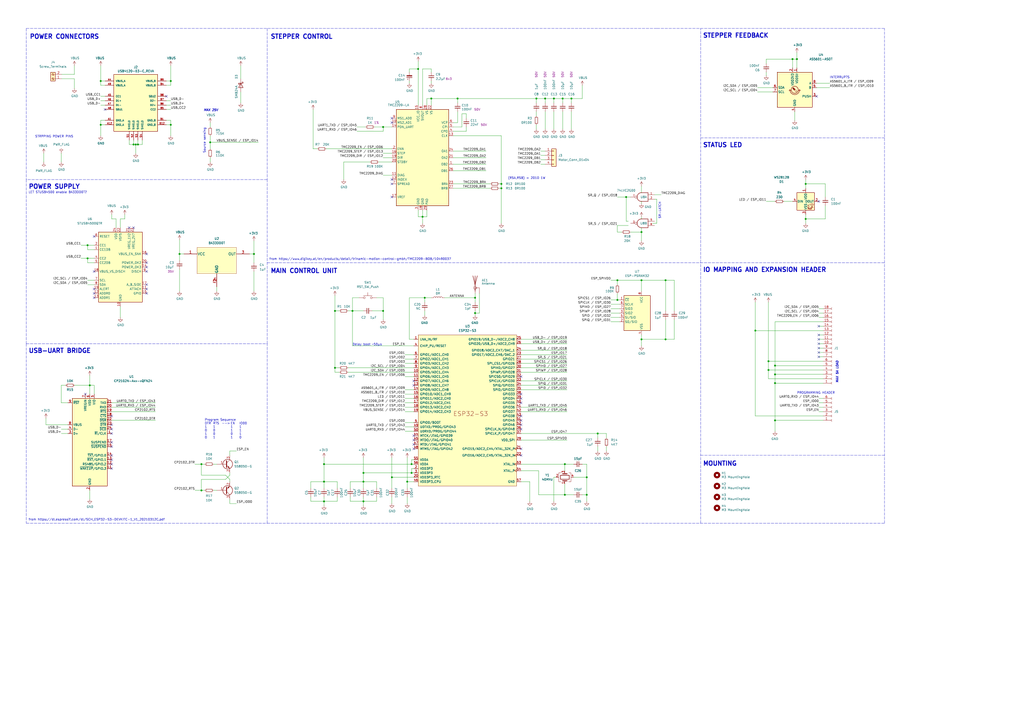
<source format=kicad_sch>
(kicad_sch (version 20211123) (generator eeschema)
  (paper "A2")
  (title_block (title "ESP Stepper Servo") (date "${date}") (rev "${commit}") (comment 1 "github.com/slimcdk/esp-stepper-servo/tree/${commit}"))
  (junction (at 52.07 223.52))
  (junction (at 462.28 34.29))
  (junction (at 358.14 173.99))
  (junction (at 238.76 274.32))
  (junction (at 99.06 72.39))
  (junction (at 58.42 72.39))
  (junction (at 445.77 209.55))
  (junction (at 116.84 284.48))
  (junction (at 210.82 290.83))
  (junction (at 445.77 214.63))
  (junction (at 250.19 57.15))
  (junction (at 210.82 279.4))
  (junction (at 311.15 57.15))
  (junction (at 275.59 172.72))
  (junction (at 77.47 83.82))
  (junction (at 372.11 134.62))
  (junction (at 386.08 162.56))
  (junction (at 238.76 269.24))
  (junction (at 194.31 213.36))
  (junction (at 187.96 290.83))
  (junction (at 326.39 57.15))
  (junction (at 340.36 276.86))
  (junction (at 50.8 149.86))
  (junction (at 265.43 57.15))
  (junction (at 245.11 125.73))
  (junction (at 290.83 109.22))
  (junction (at 227.33 276.86))
  (junction (at 187.96 269.24))
  (junction (at 236.22 279.4))
  (junction (at 50.8 142.24))
  (junction (at 467.36 106.68))
  (junction (at 104.14 147.32))
  (junction (at 147.32 147.32))
  (junction (at 386.08 196.85))
  (junction (at 340.36 287.02))
  (junction (at 372.11 196.85))
  (junction (at 290.83 106.68))
  (junction (at 204.47 180.34))
  (junction (at 363.22 114.3))
  (junction (at 222.25 180.34))
  (junction (at 327.66 287.02))
  (junction (at 467.36 127))
  (junction (at 321.31 57.15))
  (junction (at 449.58 212.09))
  (junction (at 222.25 73.66))
  (junction (at 327.66 269.24))
  (junction (at 316.23 57.15))
  (junction (at 116.84 269.24))
  (junction (at 372.11 162.56))
  (junction (at 449.58 243.84))
  (junction (at 459.74 34.29))
  (junction (at 246.38 172.72))
  (junction (at 210.82 274.32))
  (junction (at 346.71 251.46))
  (junction (at 275.59 181.61))
  (junction (at 331.47 57.15))
  (junction (at 187.96 279.4))
  (junction (at 438.15 191.77))
  (junction (at 242.57 40.005))
  (junction (at 194.31 180.34))
  (junction (at 78.74 83.82))
  (junction (at 58.42 46.99))
  (junction (at 121.92 82.55))
  (junction (at 99.06 46.99))
  (junction (at 358.14 162.56))
  (junction (at 449.58 217.17))
  (junction (at 80.01 83.82))
  (junction (at 449.58 222.25))
  (no_connect (at 54.61 167.64))
  (no_connect (at 60.96 63.5))
  (no_connect (at 64.77 246.38))
  (no_connect (at 302.26 243.84))
  (no_connect (at 240.03 257.81))
  (no_connect (at 85.09 157.48))
  (no_connect (at 474.98 199.39))
  (no_connect (at 240.03 252.73))
  (no_connect (at 54.61 157.48))
  (no_connect (at 54.61 137.16))
  (no_connect (at 64.77 271.78))
  (no_connect (at 64.77 248.92))
  (no_connect (at 64.77 241.3))
  (no_connect (at 240.03 223.52))
  (no_connect (at 64.77 251.46))
  (no_connect (at 49.53 228.6))
  (no_connect (at 64.77 259.08))
  (no_connect (at 85.09 170.18))
  (no_connect (at 474.98 196.85))
  (no_connect (at 302.26 246.38))
  (no_connect (at 474.98 116.84))
  (no_connect (at 227.33 114.3))
  (no_connect (at 302.26 218.44))
  (no_connect (at 302.26 260.35))
  (no_connect (at 302.26 228.6))
  (no_connect (at 302.26 264.16))
  (no_connect (at 64.77 269.24))
  (no_connect (at 64.77 266.7))
  (no_connect (at 96.52 55.88))
  (no_connect (at 302.26 241.3))
  (no_connect (at 54.61 170.18))
  (no_connect (at 85.09 154.94))
  (no_connect (at 77.47 132.08))
  (no_connect (at 74.93 132.08))
  (no_connect (at 227.33 68.58))
  (no_connect (at 474.98 207.01))
  (no_connect (at 240.03 255.27))
  (no_connect (at 227.33 71.12))
  (no_connect (at 54.61 172.72))
  (no_connect (at 240.03 220.98))
  (no_connect (at 64.77 264.16))
  (no_connect (at 474.98 194.31))
  (no_connect (at 474.98 189.23))
  (no_connect (at 474.98 201.93))
  (no_connect (at 302.26 231.14))
  (no_connect (at 302.26 233.68))
  (no_connect (at 64.77 256.54))
  (no_connect (at 474.98 204.47))
  (no_connect (at 85.09 167.64))
  (no_connect (at 240.03 260.35))
  (no_connect (at 302.26 248.92))
  (no_connect (at 227.33 104.14))
  (no_connect (at 85.09 152.4))
  (no_connect (at 473.71 55.88))
  (no_connect (at 85.09 165.1))
  (no_connect (at 85.09 147.32))
  (no_connect (at 227.33 106.68))
  (wire (pts (xy 327.66 273.05) (xy 327.66 269.24)))
  (wire (pts (xy 262.89 71.12) (xy 265.43 71.12)))
  (wire (pts (xy 201.93 180.34) (xy 204.47 180.34)))
  (wire (pts (xy 302.26 223.52) (xy 328.93 223.52)))
  (wire (pts (xy 52.07 289.56) (xy 52.07 284.48)))
  (wire (pts (xy 439.42 50.8) (xy 448.31 50.8)))
  (wire (pts (xy 474.98 184.15) (xy 477.52 184.15)))
  (wire (pts (xy 203.2 283.21) (xy 203.2 279.4)))
  (wire (pts (xy 386.08 185.42) (xy 386.08 196.85)))
  (wire (pts (xy 74.93 81.28) (xy 74.93 83.82)))
  (wire (pts (xy 381 115.57) (xy 379.73 115.57)))
  (wire (pts (xy 227.33 288.29) (xy 227.33 292.1)))
  (wire (pts (xy 237.49 172.72) (xy 237.49 196.85)))
  (wire (pts (xy 210.82 279.4) (xy 218.44 279.4)))
  (wire (pts (xy 275.59 180.34) (xy 275.59 181.61)))
  (wire (pts (xy 180.34 290.83) (xy 187.96 290.83)))
  (wire (pts (xy 133.35 261.62) (xy 133.35 264.16)))
  (wire (pts (xy 474.98 236.22) (xy 477.52 236.22)))
  (wire (pts (xy 302.26 203.2) (xy 328.93 203.2)))
  (wire (pts (xy 35.56 223.52) (xy 38.1 223.52)))
  (wire (pts (xy 246.38 180.34) (xy 246.38 182.88)))
  (wire (pts (xy 311.15 57.15) (xy 316.23 57.15)))
  (wire (pts (xy 459.74 34.29) (xy 462.28 34.29)))
  (wire (pts (xy 121.92 82.55) (xy 121.92 86.36)))
  (wire (pts (xy 386.08 162.56) (xy 372.11 162.56)))
  (wire (pts (xy 439.42 53.34) (xy 448.31 53.34)))
  (polyline (pts (xy 154.94 199.39) (xy 154.94 104.14)))
  (wire (pts (xy 234.95 218.44) (xy 240.03 218.44)))
  (wire (pts (xy 313.69 92.71) (xy 316.23 92.71)))
  (wire (pts (xy 236.22 265.43) (xy 236.22 279.4)))
  (wire (pts (xy 391.16 196.85) (xy 386.08 196.85)))
  (wire (pts (xy 242.57 121.92) (xy 242.57 125.73)))
  (wire (pts (xy 340.36 276.86) (xy 340.36 287.02)))
  (wire (pts (xy 275.59 170.18) (xy 275.59 172.72)))
  (wire (pts (xy 449.58 250.19) (xy 449.58 243.84)))
  (polyline (pts (xy 406.4 264.16) (xy 513.08 264.16)))
  (wire (pts (xy 267.97 73.66) (xy 267.97 66.04)))
  (wire (pts (xy 461.01 69.85) (xy 461.01 64.77)))
  (wire (pts (xy 438.15 241.3) (xy 477.52 241.3)))
  (wire (pts (xy 123.825 284.48) (xy 125.73 284.48)))
  (wire (pts (xy 60.96 60.96) (xy 58.42 60.96)))
  (wire (pts (xy 467.36 129.54) (xy 467.36 127)))
  (wire (pts (xy 50.8 149.86) (xy 54.61 149.86)))
  (wire (pts (xy 187.96 290.83) (xy 187.96 293.37)))
  (wire (pts (xy 245.11 40.005) (xy 250.19 40.005)))
  (wire (pts (xy 227.33 276.86) (xy 240.03 276.86)))
  (wire (pts (xy 473.71 50.8) (xy 481.33 50.8)))
  (wire (pts (xy 354.33 181.61) (xy 359.41 181.61)))
  (wire (pts (xy 302.26 210.82) (xy 328.93 210.82)))
  (wire (pts (xy 242.57 125.73) (xy 245.11 125.73)))
  (wire (pts (xy 290.83 78.74) (xy 290.83 106.68)))
  (wire (pts (xy 137.16 261.62) (xy 133.35 261.62)))
  (wire (pts (xy 60.96 72.39) (xy 58.42 72.39)))
  (wire (pts (xy 246.38 172.72) (xy 237.49 172.72)))
  (wire (pts (xy 187.96 265.43) (xy 187.96 269.24)))
  (polyline (pts (xy 154.94 303.53) (xy 154.94 199.39)))
  (wire (pts (xy 265.43 71.12) (xy 265.43 64.77)))
  (wire (pts (xy 35.56 233.68) (xy 39.37 233.68)))
  (wire (pts (xy 302.26 269.24) (xy 327.66 269.24)))
  (wire (pts (xy 139.7 38.1) (xy 139.7 45.72)))
  (wire (pts (xy 467.36 106.68) (xy 467.36 109.22)))
  (wire (pts (xy 227.33 265.43) (xy 227.33 276.86)))
  (wire (pts (xy 26.67 242.57) (xy 26.67 246.38)))
  (wire (pts (xy 474.98 194.31) (xy 477.52 194.31)))
  (wire (pts (xy 363.22 114.3) (xy 365.76 114.3)))
  (wire (pts (xy 262.89 78.74) (xy 290.83 78.74)))
  (polyline (pts (xy 381 16.51) (xy 146.05 16.51)))
  (wire (pts (xy 204.47 200.66) (xy 240.03 200.66)))
  (wire (pts (xy 477.52 189.23) (xy 474.98 189.23)))
  (wire (pts (xy 240.03 196.85) (xy 237.49 196.85)))
  (wire (pts (xy 262.89 76.2) (xy 270.51 76.2)))
  (wire (pts (xy 346.71 251.46) (xy 346.71 254)))
  (wire (pts (xy 195.58 283.21) (xy 195.58 279.4)))
  (wire (pts (xy 354.33 173.99) (xy 358.14 173.99)))
  (wire (pts (xy 358.14 170.18) (xy 358.14 173.99)))
  (wire (pts (xy 54.61 144.78) (xy 50.8 144.78)))
  (wire (pts (xy 237.49 46.99) (xy 237.49 48.26)))
  (wire (pts (xy 82.55 81.28) (xy 82.55 83.82)))
  (polyline (pts (xy 406.4 152.4) (xy 406.4 16.51)))
  (wire (pts (xy 194.31 180.34) (xy 194.31 213.36)))
  (wire (pts (xy 316.23 74.93) (xy 316.23 64.77)))
  (polyline (pts (xy 154.94 303.53) (xy 381 303.53)))
  (wire (pts (xy 240.03 271.78) (xy 238.76 271.78)))
  (wire (pts (xy 331.47 64.77) (xy 331.47 74.93)))
  (wire (pts (xy 113.03 284.48) (xy 116.84 284.48)))
  (wire (pts (xy 474.98 231.14) (xy 477.52 231.14)))
  (polyline (pts (xy 15.24 16.51) (xy 15.24 104.14)))
  (wire (pts (xy 238.76 269.24) (xy 240.03 269.24)))
  (wire (pts (xy 203.2 290.83) (xy 210.82 290.83)))
  (wire (pts (xy 278.13 181.61) (xy 275.59 181.61)))
  (wire (pts (xy 354.33 184.15) (xy 359.41 184.15)))
  (wire (pts (xy 372.11 194.31) (xy 372.11 196.85)))
  (wire (pts (xy 311.15 64.77) (xy 311.15 67.31)))
  (wire (pts (xy 360.68 134.62) (xy 358.14 134.62)))
  (wire (pts (xy 354.33 162.56) (xy 358.14 162.56)))
  (wire (pts (xy 438.15 175.26) (xy 438.15 191.77)))
  (wire (pts (xy 67.31 132.08) (xy 67.31 127)))
  (wire (pts (xy 144.78 147.32) (xy 147.32 147.32)))
  (wire (pts (xy 321.31 290.83) (xy 321.31 276.86)))
  (wire (pts (xy 46.99 149.86) (xy 50.8 149.86)))
  (wire (pts (xy 199.39 93.98) (xy 214.63 93.98)))
  (wire (pts (xy 302.26 220.98) (xy 328.93 220.98)))
  (wire (pts (xy 222.25 172.72) (xy 222.25 180.34)))
  (wire (pts (xy 302.26 215.9) (xy 328.93 215.9)))
  (wire (pts (xy 462.28 34.29) (xy 462.28 30.48)))
  (wire (pts (xy 262.89 91.44) (xy 281.94 91.44)))
  (wire (pts (xy 234.95 250.19) (xy 240.03 250.19)))
  (wire (pts (xy 478.79 106.68) (xy 467.36 106.68)))
  (wire (pts (xy 372.11 196.85) (xy 372.11 200.66)))
  (wire (pts (xy 250.19 57.15) (xy 265.43 57.15)))
  (wire (pts (xy 372.11 125.73) (xy 372.11 127)))
  (wire (pts (xy 116.84 284.48) (xy 118.745 284.48)))
  (wire (pts (xy 321.31 276.86) (xy 322.58 276.86)))
  (wire (pts (xy 60.96 49.53) (xy 58.42 49.53)))
  (wire (pts (xy 302.26 196.85) (xy 328.93 196.85)))
  (wire (pts (xy 391.16 185.42) (xy 391.16 196.85)))
  (wire (pts (xy 312.42 287.02) (xy 327.66 287.02)))
  (wire (pts (xy 35.56 251.46) (xy 39.37 251.46)))
  (wire (pts (xy 187.96 279.4) (xy 187.96 269.24)))
  (wire (pts (xy 247.65 121.92) (xy 247.65 125.73)))
  (wire (pts (xy 449.58 222.25) (xy 449.58 243.84)))
  (polyline (pts (xy 15.24 199.39) (xy 154.94 199.39)))
  (wire (pts (xy 327.66 269.24) (xy 332.74 269.24)))
  (wire (pts (xy 438.15 191.77) (xy 438.15 241.3)))
  (wire (pts (xy 262.89 87.63) (xy 281.94 87.63)))
  (polyline (pts (xy 154.94 16.51) (xy 154.94 104.14)))
  (wire (pts (xy 234.95 226.06) (xy 240.03 226.06)))
  (wire (pts (xy 474.98 199.39) (xy 477.52 199.39)))
  (wire (pts (xy 386.08 162.56) (xy 391.16 162.56)))
  (wire (pts (xy 69.85 127) (xy 69.85 132.08)))
  (wire (pts (xy 139.7 59.69) (xy 139.7 53.34)))
  (wire (pts (xy 204.47 180.34) (xy 210.82 180.34)))
  (polyline (pts (xy 15.24 104.14) (xy 15.24 199.39)))
  (wire (pts (xy 302.26 205.74) (xy 328.93 205.74)))
  (wire (pts (xy 340.36 287.02) (xy 340.36 290.83)))
  (polyline (pts (xy 154.94 152.4) (xy 381 152.4)))
  (wire (pts (xy 449.58 186.69) (xy 449.58 212.09)))
  (wire (pts (xy 302.26 236.22) (xy 328.93 236.22)))
  (wire (pts (xy 64.77 236.22) (xy 90.17 236.22)))
  (wire (pts (xy 449.58 243.84) (xy 477.52 243.84)))
  (wire (pts (xy 218.44 290.83) (xy 218.44 288.29)))
  (wire (pts (xy 358.14 114.3) (xy 363.22 114.3)))
  (wire (pts (xy 35.56 233.68) (xy 35.56 223.52)))
  (wire (pts (xy 181.61 63.5) (xy 181.61 86.36)))
  (wire (pts (xy 351.79 259.08) (xy 351.79 261.62)))
  (wire (pts (xy 473.71 48.26) (xy 481.33 48.26)))
  (wire (pts (xy 290.83 106.68) (xy 289.56 106.68)))
  (wire (pts (xy 54.61 223.52) (xy 54.61 228.6)))
  (wire (pts (xy 218.44 172.72) (xy 222.25 172.72)))
  (wire (pts (xy 234.95 236.22) (xy 240.03 236.22)))
  (wire (pts (xy 60.96 58.42) (xy 58.42 58.42)))
  (wire (pts (xy 104.14 168.91) (xy 104.14 156.21)))
  (wire (pts (xy 321.31 57.15) (xy 326.39 57.15)))
  (wire (pts (xy 313.69 95.25) (xy 316.23 95.25)))
  (wire (pts (xy 234.95 233.68) (xy 240.03 233.68)))
  (wire (pts (xy 478.79 127) (xy 467.36 127)))
  (wire (pts (xy 58.42 69.85) (xy 58.42 72.39)))
  (wire (pts (xy 116.84 278.13) (xy 130.81 278.13)))
  (wire (pts (xy 96.52 46.99) (xy 99.06 46.99)))
  (wire (pts (xy 354.33 179.07) (xy 359.41 179.07)))
  (wire (pts (xy 187.96 288.29) (xy 187.96 290.83)))
  (wire (pts (xy 69.85 177.8) (xy 69.85 184.15)))
  (wire (pts (xy 194.31 180.34) (xy 196.85 180.34)))
  (wire (pts (xy 459.74 34.29) (xy 459.74 39.37)))
  (wire (pts (xy 104.14 139.065) (xy 104.14 147.32)))
  (wire (pts (xy 236.22 279.4) (xy 240.03 279.4)))
  (wire (pts (xy 275.59 181.61) (xy 275.59 182.88)))
  (wire (pts (xy 50.8 149.86) (xy 50.8 152.4)))
  (wire (pts (xy 346.71 259.08) (xy 346.71 261.62)))
  (wire (pts (xy 46.99 142.24) (xy 50.8 142.24)))
  (wire (pts (xy 234.95 208.28) (xy 240.03 208.28)))
  (wire (pts (xy 262.89 73.66) (xy 267.97 73.66)))
  (wire (pts (xy 234.95 210.82) (xy 240.03 210.82)))
  (polyline (pts (xy 154.94 104.14) (xy 15.24 104.14)))
  (wire (pts (xy 121.92 82.55) (xy 149.86 82.55)))
  (wire (pts (xy 237.49 40.005) (xy 242.57 40.005)))
  (wire (pts (xy 372.11 134.62) (xy 372.11 139.7)))
  (wire (pts (xy 474.98 233.68) (xy 477.52 233.68)))
  (polyline (pts (xy 381 303.53) (xy 513.08 303.53)))
  (wire (pts (xy 234.95 228.6) (xy 240.03 228.6)))
  (wire (pts (xy 52.07 223.52) (xy 54.61 223.52)))
  (wire (pts (xy 337.82 49.53) (xy 337.82 57.15)))
  (wire (pts (xy 180.34 288.29) (xy 180.34 290.83)))
  (wire (pts (xy 133.35 274.32) (xy 133.35 275.59)))
  (wire (pts (xy 267.97 66.04) (xy 270.51 66.04)))
  (wire (pts (xy 327.66 287.02) (xy 332.74 287.02)))
  (wire (pts (xy 64.77 238.76) (xy 90.17 238.76)))
  (wire (pts (xy 99.06 46.99) (xy 99.06 38.1)))
  (wire (pts (xy 147.32 152.4) (xy 147.32 147.32)))
  (wire (pts (xy 265.43 57.15) (xy 311.15 57.15)))
  (wire (pts (xy 180.34 279.4) (xy 187.96 279.4)))
  (wire (pts (xy 236.22 288.29) (xy 236.22 292.1)))
  (wire (pts (xy 445.77 175.26) (xy 445.77 209.55)))
  (wire (pts (xy 302.26 208.28) (xy 328.93 208.28)))
  (wire (pts (xy 217.17 73.66) (xy 222.25 73.66)))
  (wire (pts (xy 121.92 91.44) (xy 121.92 93.98)))
  (wire (pts (xy 25.4 88.9) (xy 25.4 93.98)))
  (wire (pts (xy 302.26 255.27) (xy 328.93 255.27)))
  (wire (pts (xy 354.33 176.53) (xy 359.41 176.53)))
  (wire (pts (xy 74.93 83.82) (xy 77.47 83.82)))
  (wire (pts (xy 321.31 64.77) (xy 321.31 74.93)))
  (wire (pts (xy 210.82 290.83) (xy 210.82 293.37)))
  (wire (pts (xy 332.74 276.86) (xy 340.36 276.86)))
  (wire (pts (xy 203.2 279.4) (xy 210.82 279.4)))
  (wire (pts (xy 321.31 57.15) (xy 321.31 59.69)))
  (wire (pts (xy 337.82 269.24) (xy 340.36 269.24)))
  (wire (pts (xy 262.89 109.22) (xy 284.48 109.22)))
  (wire (pts (xy 474.98 204.47) (xy 477.52 204.47)))
  (wire (pts (xy 313.69 87.63) (xy 316.23 87.63)))
  (wire (pts (xy 478.79 119.38) (xy 478.79 127)))
  (wire (pts (xy 96.52 58.42) (xy 99.06 58.42)))
  (wire (pts (xy 449.58 186.69) (xy 477.52 186.69)))
  (wire (pts (xy 445.77 209.55) (xy 445.77 214.63)))
  (wire (pts (xy 218.44 283.21) (xy 218.44 279.4)))
  (wire (pts (xy 474.98 207.01) (xy 477.52 207.01)))
  (wire (pts (xy 240.03 266.7) (xy 238.76 266.7)))
  (wire (pts (xy 290.83 106.68) (xy 290.83 109.22)))
  (wire (pts (xy 116.84 275.59) (xy 130.81 275.59)))
  (wire (pts (xy 238.76 266.7) (xy 238.76 269.24)))
  (polyline (pts (xy 406.4 80.01) (xy 513.08 80.01)))
  (wire (pts (xy 72.39 124.46) (xy 72.39 127)))
  (wire (pts (xy 270.51 66.04) (xy 270.51 68.58)))
  (wire (pts (xy 26.67 246.38) (xy 39.37 246.38)))
  (wire (pts (xy 210.82 265.43) (xy 210.82 274.32)))
  (wire (pts (xy 467.36 127) (xy 467.36 124.46)))
  (wire (pts (xy 52.07 223.52) (xy 52.07 217.805)))
  (wire (pts (xy 133.35 279.4) (xy 133.35 278.13)))
  (wire (pts (xy 346.71 251.46) (xy 351.79 251.46)))
  (wire (pts (xy 302.26 238.76) (xy 328.93 238.76)))
  (wire (pts (xy 80.01 83.82) (xy 82.55 83.82)))
  (wire (pts (xy 302.26 213.36) (xy 328.93 213.36)))
  (wire (pts (xy 222.25 73.66) (xy 227.33 73.66)))
  (wire (pts (xy 316.23 57.15) (xy 321.31 57.15)))
  (wire (pts (xy 326.39 74.93) (xy 326.39 64.77)))
  (wire (pts (xy 50.8 165.1) (xy 54.61 165.1)))
  (wire (pts (xy 238.76 271.78) (xy 238.76 274.32)))
  (wire (pts (xy 378.46 129.54) (xy 381 129.54)))
  (wire (pts (xy 207.01 76.2) (xy 222.25 76.2)))
  (wire (pts (xy 449.58 212.09) (xy 477.52 212.09)))
  (wire (pts (xy 147.32 147.32) (xy 147.32 139.7)))
  (wire (pts (xy 43.18 223.52) (xy 52.07 223.52)))
  (wire (pts (xy 194.31 213.36) (xy 196.85 213.36)))
  (wire (pts (xy 204.47 180.34) (xy 204.47 200.66)))
  (wire (pts (xy 60.96 46.99) (xy 58.42 46.99)))
  (wire (pts (xy 227.33 283.21) (xy 227.33 276.86)))
  (wire (pts (xy 121.92 71.12) (xy 121.92 73.66)))
  (wire (pts (xy 196.85 215.9) (xy 194.31 215.9)))
  (wire (pts (xy 35.814 43.18) (xy 43.18 43.18)))
  (wire (pts (xy 78.74 83.82) (xy 80.01 83.82)))
  (wire (pts (xy 64.77 127) (xy 64.77 124.46)))
  (wire (pts (xy 78.74 88.9) (xy 78.74 83.82)))
  (wire (pts (xy 358.14 130.81) (xy 358.14 134.62)))
  (polyline (pts (xy 513.08 303.53) (xy 513.08 16.51)))
  (wire (pts (xy 187.96 269.24) (xy 238.76 269.24)))
  (wire (pts (xy 275.59 172.72) (xy 275.59 175.26)))
  (wire (pts (xy 242.57 35.56) (xy 242.57 40.005)))
  (wire (pts (xy 104.14 147.32) (xy 104.14 151.13)))
  (wire (pts (xy 391.16 162.56) (xy 391.16 180.34)))
  (wire (pts (xy 125.73 166.37) (xy 125.73 168.91)))
  (wire (pts (xy 307.34 279.4) (xy 307.34 290.83)))
  (wire (pts (xy 58.42 72.39) (xy 58.42 78.74)))
  (wire (pts (xy 444.5 41.91) (xy 444.5 43.815)))
  (wire (pts (xy 257.81 172.72) (xy 275.59 172.72)))
  (wire (pts (xy 189.23 86.36) (xy 227.33 86.36)))
  (wire (pts (xy 133.35 289.56) (xy 133.35 292.1)))
  (wire (pts (xy 130.81 275.59) (xy 133.35 278.13)))
  (wire (pts (xy 372.11 132.08) (xy 372.11 134.62)))
  (wire (pts (xy 52.07 223.52) (xy 52.07 228.6)))
  (wire (pts (xy 116.84 269.24) (xy 116.84 275.59)))
  (wire (pts (xy 363.22 114.3) (xy 363.22 128.27)))
  (wire (pts (xy 201.93 215.9) (xy 240.03 215.9)))
  (wire (pts (xy 60.96 69.85) (xy 58.42 69.85)))
  (wire (pts (xy 474.98 238.76) (xy 477.52 238.76)))
  (wire (pts (xy 77.47 81.28) (xy 77.47 83.82)))
  (wire (pts (xy 238.76 274.32) (xy 240.03 274.32)))
  (wire (pts (xy 444.5 116.84) (xy 449.58 116.84)))
  (wire (pts (xy 474.98 201.93) (xy 477.52 201.93)))
  (wire (pts (xy 210.82 288.29) (xy 210.82 290.83)))
  (wire (pts (xy 199.39 104.14) (xy 199.39 93.98)))
  (wire (pts (xy 58.42 55.88) (xy 60.96 55.88)))
  (wire (pts (xy 358.14 173.99) (xy 359.41 173.99)))
  (polyline (pts (xy 15.24 16.51) (xy 146.05 16.51)))
  (wire (pts (xy 351.79 251.46) (xy 351.79 254)))
  (wire (pts (xy 247.65 57.15) (xy 250.19 57.15)))
  (wire (pts (xy 340.36 269.24) (xy 340.36 276.86)))
  (wire (pts (xy 316.23 57.15) (xy 316.23 59.69)))
  (wire (pts (xy 215.9 180.34) (xy 222.25 180.34)))
  (wire (pts (xy 245.11 125.73) (xy 245.11 121.92)))
  (wire (pts (xy 50.8 144.78) (xy 50.8 142.24)))
  (wire (pts (xy 234.95 231.14) (xy 240.03 231.14)))
  (wire (pts (xy 302.26 251.46) (xy 346.71 251.46)))
  (wire (pts (xy 113.03 269.24) (xy 116.84 269.24)))
  (wire (pts (xy 381 115.57) (xy 381 129.54)))
  (wire (pts (xy 462.28 34.29) (xy 462.28 39.37)))
  (wire (pts (xy 234.95 205.74) (xy 240.03 205.74)))
  (wire (pts (xy 379.73 113.03) (xy 383.54 113.03)))
  (wire (pts (xy 245.11 60.96) (xy 245.11 40.005)))
  (wire (pts (xy 194.31 171.45) (xy 194.31 180.34)))
  (wire (pts (xy 210.82 274.32) (xy 210.82 279.4)))
  (wire (pts (xy 354.33 186.69) (xy 359.41 186.69)))
  (wire (pts (xy 147.32 157.48) (xy 147.32 168.91)))
  (wire (pts (xy 262.89 106.68) (xy 284.48 106.68)))
  (wire (pts (xy 262.89 99.06) (xy 281.94 99.06)))
  (wire (pts (xy 58.42 46.99) (xy 58.42 38.1)))
  (wire (pts (xy 302.26 273.05) (xy 312.42 273.05)))
  (wire (pts (xy 201.93 213.36) (xy 240.03 213.36)))
  (wire (pts (xy 203.2 288.29) (xy 203.2 290.83)))
  (wire (pts (xy 459.74 116.84) (xy 454.66 116.84)))
  (wire (pts (xy 444.5 34.29) (xy 459.74 34.29)))
  (wire (pts (xy 386.08 196.85) (xy 372.11 196.85)))
  (wire (pts (xy 364.49 128.27) (xy 363.22 128.27)))
  (wire (pts (xy 39.37 248.92) (xy 35.56 248.92)))
  (wire (pts (xy 58.42 49.53) (xy 58.42 46.99)))
  (wire (pts (xy 246.38 175.26) (xy 246.38 172.72)))
  (wire (pts (xy 210.82 290.83) (xy 218.44 290.83)))
  (wire (pts (xy 327.66 287.02) (xy 327.66 280.67)))
  (wire (pts (xy 187.96 283.21) (xy 187.96 279.4)))
  (wire (pts (xy 222.25 91.44) (xy 227.33 91.44)))
  (wire (pts (xy 265.43 57.15) (xy 265.43 59.69)))
  (wire (pts (xy 237.49 41.91) (xy 237.49 40.005)))
  (wire (pts (xy 467.36 104.14) (xy 467.36 106.68)))
  (wire (pts (xy 302.26 199.39) (xy 328.93 199.39)))
  (wire (pts (xy 204.47 172.72) (xy 204.47 180.34)))
  (wire (pts (xy 262.89 95.25) (xy 281.94 95.25)))
  (wire (pts (xy 35.814 45.72) (xy 43.18 45.72)))
  (wire (pts (xy 250.19 48.26) (xy 250.19 46.99)))
  (wire (pts (xy 445.77 219.71) (xy 477.52 219.71)))
  (wire (pts (xy 50.8 142.24) (xy 54.61 142.24)))
  (wire (pts (xy 96.52 63.5) (xy 99.06 63.5)))
  (wire (pts (xy 219.71 93.98) (xy 227.33 93.98)))
  (wire (pts (xy 234.95 247.65) (xy 240.03 247.65)))
  (wire (pts (xy 67.31 127) (xy 64.77 127)))
  (wire (pts (xy 64.77 243.84) (xy 90.17 243.84)))
  (wire (pts (xy 72.39 127) (xy 69.85 127)))
  (wire (pts (xy 222.25 180.34) (xy 222.25 185.42)))
  (wire (pts (xy 326.39 57.15) (xy 326.39 59.69)))
  (wire (pts (xy 337.82 287.02) (xy 340.36 287.02)))
  (wire (pts (xy 96.52 60.96) (xy 99.06 60.96)))
  (wire (pts (xy 35.56 88.9) (xy 35.56 93.98)))
  (wire (pts (xy 247.65 60.96) (xy 247.65 57.15)))
  (wire (pts (xy 194.31 215.9) (xy 194.31 213.36)))
  (wire (pts (xy 245.11 129.54) (xy 245.11 125.73)))
  (wire (pts (xy 180.34 283.21) (xy 180.34 279.4)))
  (wire (pts (xy 474.98 196.85) (xy 477.52 196.85)))
  (wire (pts (xy 337.82 57.15) (xy 331.47 57.15)))
  (wire (pts (xy 386.08 180.34) (xy 386.08 162.56)))
  (wire (pts (xy 250.19 40.005) (xy 250.19 41.91)))
  (wire (pts (xy 118.745 269.24) (xy 116.84 269.24)))
  (wire (pts (xy 133.35 292.1) (xy 137.16 292.1)))
  (wire (pts (xy 449.58 212.09) (xy 449.58 217.17)))
  (wire (pts (xy 358.14 162.56) (xy 358.14 165.1)))
  (wire (pts (xy 195.58 290.83) (xy 195.58 288.29)))
  (wire (pts (xy 187.96 290.83) (xy 195.58 290.83)))
  (wire (pts (xy 99.06 69.85) (xy 99.06 72.39)))
  (wire (pts (xy 236.22 283.21) (xy 236.22 279.4)))
  (wire (pts (xy 242.57 40.005) (xy 242.57 60.96)))
  (wire (pts (xy 208.28 172.72) (xy 204.47 172.72)))
  (wire (pts (xy 302.26 226.06) (xy 328.93 226.06)))
  (wire (pts (xy 133.35 275.59) (xy 130.81 278.13)))
  (wire (pts (xy 313.69 90.17) (xy 316.23 90.17)))
  (wire (pts (xy 96.52 69.85) (xy 99.06 69.85)))
  (wire (pts (xy 326.39 57.15) (xy 331.47 57.15)))
  (wire (pts (xy 54.61 152.4) (xy 50.8 152.4)))
  (wire (pts (xy 80.01 81.28) (xy 80.01 83.82)))
  (wire (pts (xy 222.25 88.9) (xy 227.33 88.9)))
  (wire (pts (xy 445.77 214.63) (xy 445.77 219.71)))
  (wire (pts (xy 445.77 214.63) (xy 477.52 214.63)))
  (wire (pts (xy 449.58 217.17) (xy 449.58 222.25)))
  (wire (pts (xy 184.15 86.36) (xy 181.61 86.36)))
  (wire (pts (xy 302.26 279.4) (xy 307.34 279.4)))
  (wire (pts (xy 64.77 233.68) (xy 90.17 233.68)))
  (wire (pts (xy 234.95 245.11) (xy 240.03 245.11)))
  (wire (pts (xy 43.18 45.72) (xy 43.18 51.308)))
  (wire (pts (xy 289.56 109.22) (xy 290.83 109.22)))
  (wire (pts (xy 290.83 129.54) (xy 290.83 109.22)))
  (wire (pts (xy 116.84 278.13) (xy 116.84 284.48)))
  (wire (pts (xy 222.25 76.2) (xy 222.25 73.66)))
  (wire (pts (xy 278.13 170.18) (xy 278.13 181.61)))
  (wire (pts (xy 104.14 147.32) (xy 106.68 147.32)))
  (wire (pts (xy 365.76 134.62) (xy 372.11 134.62)))
  (wire (pts (xy 247.65 125.73) (xy 245.11 125.73)))
  (wire (pts (xy 311.15 72.39) (xy 311.15 74.93)))
  (wire (pts (xy 99.06 78.74) (xy 99.06 72.39)))
  (polyline (pts (xy 381 152.4) (xy 513.08 152.4)))
  (wire (pts (xy 449.58 217.17) (xy 477.52 217.17)))
  (wire (pts (xy 43.18 43.18) (xy 43.18 38.1)))
  (wire (pts (xy 311.15 57.15) (xy 311.15 59.69)))
  (polyline (pts (xy 513.08 16.51) (xy 381 16.51)))
  (wire (pts (xy 210.82 283.21) (xy 210.82 279.4)))
  (wire (pts (xy 312.42 273.05) (xy 312.42 287.02)))
  (wire (pts (xy 358.14 162.56) (xy 372.11 162.56)))
  (wire (pts (xy 438.15 191.77) (xy 477.52 191.77)))
  (wire (pts (xy 121.92 78.74) (xy 121.92 82.55)))
  (wire (pts (xy 449.58 222.25) (xy 477.52 222.25)))
  (wire (pts (xy 96.52 49.53) (xy 99.06 49.53)))
  (wire (pts (xy 210.82 274.32) (xy 238.76 274.32)))
  (polyline (pts (xy 15.24 199.39) (xy 15.24 303.53)))
  (wire (pts (xy 222.25 101.6) (xy 227.33 101.6)))
  (wire (pts (xy 478.79 114.3) (xy 478.79 106.68)))
  (wire (pts (xy 358.14 130.81) (xy 364.49 130.81)))
  (wire (pts (xy 99.06 72.39) (xy 96.52 72.39)))
  (wire (pts (xy 234.95 238.76) (xy 240.03 238.76)))
  (wire (pts (xy 372.11 107.95) (xy 372.11 111.76)))
  (wire (pts (xy 50.8 162.56) (xy 54.61 162.56)))
  (wire (pts (xy 445.77 209.55) (xy 477.52 209.55)))
  (wire (pts (xy 99.06 49.53) (xy 99.06 46.99)))
  (wire (pts (xy 331.47 57.15) (xy 331.47 59.69)))
  (wire (pts (xy 474.98 181.61) (xy 477.52 181.61)))
  (wire (pts (xy 246.38 172.72) (xy 250.19 172.72)))
  (wire (pts (xy 474.98 179.07) (xy 477.52 179.07)))
  (wire (pts (xy 123.825 269.24) (xy 125.73 269.24)))
  (wire (pts (xy 212.09 73.66) (xy 207.01 73.66)))
  (wire (pts (xy 372.11 116.84) (xy 372.11 118.11)))
  (wire (pts (xy 444.5 36.83) (xy 444.5 34.29)))
  (wire (pts (xy 372.11 162.56) (xy 372.11 168.91)))
  (wire (pts (xy 77.47 83.82) (xy 78.74 83.82)))
  (wire (pts (xy 270.51 76.2) (xy 270.51 73.66)))
  (wire (pts (xy 187.96 279.4) (xy 195.58 279.4)))
  (polyline (pts (xy 406.4 303.53) (xy 406.4 152.4)))
  (polyline (pts (xy 15.24 303.53) (xy 154.94 303.53)))
  (wire (pts (xy 250.19 57.15) (xy 250.19 60.96)))
  (text "STEPPER FEEDBACK" (at 407.67 22.225 0) (effects (font (size 2.54 2.54) (thickness 0.508) bold) (justify left bottom)))
  (text "PROGRAMMING HEADER" (at 462.28 228.727 0) (effects (font (size 1.27 1.27)) (justify left bottom)))
  (text "MAX 5A LOAD" (at 486.41 222.25 90) (effects (font (size 1.27 1.27) (thickness 0.254) bold italic) (justify left bottom)))
  (text "POWER SUPPLY" (at 16.51 109.855 0) (effects (font (size 2.54 2.54) (thickness 0.508) bold) (justify left bottom)))
  (text "from https://dl.espressif.com/dl/SCH_ESP32-S3-DEVKITC-1_V1_20210312C.pdf" (at 16.51 302.26 0) (effects (font (size 1.27 1.27)) (justify left bottom)))
  (text "STRPPING POWER PINS" (at 20.32 80.01 0) (effects (font (size 1.27 1.27)) (justify left bottom)))
  (text "IO MAPPING AND EXPANSION HEADER" (at 407.67 158.115 0) (effects (font (size 2.54 2.54) (thickness 0.508) bold) (justify left bottom)))
  (text "Program Sequence\nDTR	RTS	-->	EN	IO00\n1	1		1	1\n0 	0 		1	1\n1 	0		0	1\n0 	1		1	0" (at 118.745 254.635 0) (effects (font (size 1.27 1.27)) (justify left bottom)))
  (text "MAIN CONTROL UNIT" (at 156.845 158.75 0) (effects (font (size 2.54 2.54) (thickness 0.508) bold) (justify left bottom)))
  (text "STATUS LED" (at 407.67 85.725 0) (effects (font (size 2.54 2.54) (thickness 0.508) bold) (justify left bottom)))
  (text "STEPPER CONTROL" (at 156.845 22.86 0) (effects (font (size 2.54 2.54) (thickness 0.508) bold) (justify left bottom)))
  (text "MOUNTING" (at 407.67 270.51 0) (effects (font (size 2.54 2.54) (thickness 0.508) bold) (justify left bottom)))
  (text "Source sensing" (at 119.38 88.9 90) (effects (font (size 1.27 1.27)) (justify left bottom)))
  (text "(RSA,RSB) = 2010 1W" (at 294.64 104.14 0) (effects (font (size 1.27 1.27)) (justify left bottom)))
  (text "INTERRUPTS" (at 481.33 45.72 0) (effects (font (size 1.27 1.27)) (justify left bottom)))
  (text "LET STUSB4500 enable BA33DD0T?" (at 16.51 112.395 0) (effects (font (size 1.27 1.27)) (justify left bottom)))
  (text "from https://www.digikey.at/en/products/detail/trinamic-motion-control-gmbh/TMC2209-BOB/10490037" (at 156.21 151.13 0) (effects (font (size 1.27 1.27)) (justify left bottom)))
  (text "Delay boot ~50µs" (at 204.47 200.66 0) (effects (font (size 1.27 1.27)) (justify left bottom)))
  (text "MAX 25V\n" (at 118.11 64.77 0) (effects (font (size 1.27 1.27) (thickness 0.254) bold italic) (justify left bottom)))
  (text "USB-UART BRIDGE" (at 16.51 205.105 0) (effects (font (size 2.54 2.54) (thickness 0.508) bold) (justify left bottom)))
  (text "POWER CONNECTORS" (at 17.145 22.86 0) (effects (font (size 2.54 2.54) (thickness 0.508) bold) (justify left bottom)))
  (text "SR-LATCH" (at 383.54 127 90) (effects (font (size 1.27 1.27)) (justify left bottom)))
  (label "UART0_TXD {slash} ESP_IO43" (at 90.17 233.68 180))
  (label "UART0_RXD {slash} ESP_IO44" (at 474.98 231.14 180))
  (label "USB_D- {slash} ESP_IO19" (at 328.93 196.85 180))
  (label "SPIHD {slash} ESP_IO27" (at 354.33 179.07 180))
  (label "TMC2209_BRB" (at 281.94 109.22 180))
  (label "ESP_IO00" (at 474.98 233.68 180))
  (label "SPICLK {slash} ESP_IO30" (at 328.93 220.98 180))
  (label "USB_D+" (at 58.42 58.42 180))
  (label "SPICS1 {slash} ESP_IO26" (at 354.33 173.99 180))
  (label "TMC2209_DIAG" (at 383.54 113.03 0))
  (label "CP2102_RTS" (at 90.17 238.76 180))
  (label "TMC2209_OB2" (at 313.69 95.25 180))
  (label "ESP_EN" (at 234.95 200.66 180))
  (label "UART0_RXD {slash} ESP_IO44" (at 234.95 250.19 180))
  (label "TMC2209_STEP {slash} ESP_IO13" (at 234.95 236.22 180))
  (label "UART1_RXD {slash} ESP_IO46" (at 207.01 76.2 180))
  (label "TMC2209_DIAG" (at 222.25 101.6 180))
  (label "UART0_TXD {slash} ESP_IO43" (at 234.95 247.65 180))
  (label "ESP_SPIVDD" (at 354.33 162.56 180))
  (label "SPICS1 {slash} ESP_IO26" (at 328.93 210.82 180))
  (label "I2C_SCL {slash} ESP_IO04" (at 50.8 162.56 180))
  (label "AS5601_A_ITR {slash} ESP_IO09" (at 481.33 48.26 0))
  (label "TMC2209_OB1" (at 313.69 92.71 180))
  (label "ESP_IO02" (at 234.95 208.28 180))
  (label "ESP_IO47" (at 328.93 251.46 180))
  (label "SPICLK {slash} ESP_IO30" (at 354.33 176.53 180))
  (label "I2C_SDA {slash} ESP_IO05" (at 474.98 179.07 180))
  (label "TMC2209_OB2" (at 281.94 95.25 180))
  (label "SPID {slash} ESP_IO32" (at 354.33 184.15 180))
  (label "TMC2209_STEP {slash} ESP_IO13" (at 222.25 88.9 180))
  (label "UART1_RXD {slash} ESP_IO46" (at 328.93 238.76 180))
  (label "TMC2209_OB1" (at 281.94 99.06 180))
  (label "CP2102_DTR" (at 90.17 243.84 180))
  (label "LED {slash} ESP_IO11" (at 234.95 231.14 180))
  (label "AS5601_B_ITR {slash} ESP_IO10" (at 234.95 228.6 180))
  (label "SPIWP {slash} ESP_IO28" (at 354.33 181.61 180))
  (label "TMC2209_DIR {slash} ESP_IO12" (at 222.25 91.44 180))
  (label "SPIQ {slash} ESP_IO31" (at 354.33 186.69 180))
  (label "UART0_RXD {slash} ESP_IO44" (at 90.17 236.22 180))
  (label "I2C_SDA {slash} ESP_IO05" (at 50.8 165.1 180))
  (label "SPIQ {slash} ESP_IO31" (at 328.93 223.52 180))
  (label "CP2102_DTR" (at 113.03 269.24 180))
  (label "UART0_TXD {slash} ESP_IO43" (at 474.98 236.22 180))
  (label "I2C_SDA {slash} ESP_IO05" (at 234.95 215.9 180))
  (label "TMC2209_EN {slash} ESP_IO06" (at 222.25 86.36 180))
  (label "I2C_SCL {slash} ESP_IO04" (at 234.95 213.36 180))
  (label "USB_CC1" (at 46.99 142.24 180))
  (label "TMC2209_OA1" (at 313.69 90.17 180))
  (label "SR_Q {slash} ESP_IO18" (at 328.93 203.2 180))
  (label "ESP_IO17" (at 328.93 205.74 180))
  (label "VBUS_SENSE {slash} ESP_IO14" (at 149.86 82.55 180))
  (label "USB_D-" (at 58.42 60.96 180))
  (label "TMC2209_EN {slash} ESP_IO06" (at 234.95 218.44 180))
  (label "SR_S {slash} ESP_IO21" (at 358.14 130.81 180))
  (label "SPID {slash} ESP_IO32" (at 328.93 226.06 180))
  (label "ANTENNA" (at 269.24 172.72 180))
  (label "SR_S {slash} ESP_IO21" (at 328.93 208.28 180))
  (label "ESP_IO03" (at 234.95 210.82 180))
  (label "USB_D-" (at 35.56 248.92 180))
  (label "ESP_EN" (at 474.98 238.76 180))
  (label "CP2102_RTS" (at 113.03 284.48 180))
  (label "ESP_EN" (at 137.16 261.62 0))
  (label "VBUS_SENSE {slash} ESP_IO14" (at 234.95 238.76 180))
  (label "USB_D-" (at 99.06 58.42 0))
  (label "ESP_IO00" (at 137.16 292.1 0))
  (label "SPIWP {slash} ESP_IO28" (at 328.93 215.9 180))
  (label "TMC2209_OA1" (at 281.94 87.63 180))
  (label "USB_CC2" (at 99.06 63.5 0))
  (label "USB_D+ {slash} ESP_IO20" (at 328.93 199.39 180))
  (label "TMC2209_EN {slash} ESP_IO06" (at 474.98 184.15 180))
  (label "AS5601_A_ITR {slash} ESP_IO09" (at 234.95 226.06 180))
  (label "USB_CC1" (at 58.42 55.88 180))
  (label "TMC2209_OA2" (at 313.69 87.63 180))
  (label "I2C_SCL {slash} ESP_IO04" (at 474.98 181.61 180))
  (label "SPIHD {slash} ESP_IO27" (at 328.93 213.36 180))
  (label "USB_D+" (at 35.56 251.46 180))
  (label "ESP_SPIVDD" (at 328.93 255.27 180))
  (label "I2C_SCL {slash} ESP_IO04" (at 439.42 53.34 180))
  (label "I2C_SDA {slash} ESP_IO05" (at 439.42 50.8 180))
  (label "TMC2209_DIR {slash} ESP_IO12" (at 234.95 233.68 180))
  (label "ESP_IO00" (at 234.95 245.11 180))
  (label "ESP_IO01" (at 234.95 205.74 180))
  (label "USB_D+" (at 99.06 60.96 0))
  (label "USB_CC2" (at 46.99 149.86 180))
  (label "LED {slash} ESP_IO11" (at 444.5 116.84 180))
  (label "TMC2209_BRA" (at 281.94 106.68 180))
  (label "UART1_TXD {slash} ESP_IO45" (at 207.01 73.66 180))
  (label "UART1_TXD {slash} ESP_IO45" (at 328.93 236.22 180))
  (label "TMC2209_OA2" (at 281.94 91.44 180))
  (label "AS5601_B_ITR {slash} ESP_IO10" (at 481.33 50.8 0))
  (label "SR_Q {slash} ESP_IO18" (at 358.14 114.3 180))
  (symbol (lib_id "power:GND") (at 461.01 69.85 0) (unit 1)
    (property "Reference" "#PWR023" (effects hide))
    (property "Value" "GND" (at 461.137 74.2442 0))
  )
  (symbol (lib_id "power:+3V3") (at 462.28 30.48 0) (unit 1)
    (property "Reference" "#PWR022" (effects hide))
    (property "Value" "+3V3" (at 462.661 26.0858 0))
  )
  (symbol (lib_id "power:GND") (at 245.11 129.54 0) (unit 1)
    (property "Reference" "#PWR026" (effects hide))
    (property "Value" "GND" (at 245.237 133.9342 0))
  )
  (symbol (lib_id "power:+3V3") (at 242.57 35.56 0) (mirror y) (unit 1)
    (property "Reference" "#PWR024" (effects hide))
    (property "Value" "+3V3" (at 242.189 31.1658 0))
  )
  (symbol (lib_id "power:VBUS") (at 337.82 49.53 0) (unit 1)
    (property "Reference" "#PWR027" (effects hide))
    (property "Value" "VBUS" (at 338.201 45.1358 0))
  )
  (symbol (lib_id "Device:R_Small") (at 214.63 73.66 90) (mirror x) (unit 1)
    (property "Reference" "R11" (at 214.63 68.58 90))
    (property "Value" "1K" (at 214.63 71.12 90))
    (property "Footprint" "Resistor_SMD:R_0201_0603Metric" (effects hide))
    (property "Tol" "1%" (at 218.44 71.12 90))
  )
  (symbol (lib_id "Slimc_Sensor_Magnetic:AS5601-ASOT") (at 461.01 52.07 0) (unit 1)
    (property "Reference" "U4" (at 476.25 31.75 0))
    (property "Value" "AS5601-ASOT" (at 476.25 34.29 0))
    (property "Footprint" "Package_SO:SOIC-8_3.9x4.9mm_P1.27mm" (effects hide))
    (property "Datasheet" "https://ams.com/documents/20143/36005/AS5601_DS000395_3-00.pdf/9a58e74f-f6d8-53eb-1fa2-ad62d9911ca4" (effects hide))
  )
  (symbol (lib_id "Device:C_Small") (at 250.19 44.45 0) (unit 1)
    (property "Reference" "C9" (at 252.73 43.18 0) (effects (justify left)))
    (property "Value" "2.2µF" (at 252.73 45.72 0) (effects (justify left)))
    (property "Footprint" "Capacitor_SMD:C_0603_1608Metric" (effects hide))
    (property "Voltage" "6v3" (at 260.35 45.72 0))
  )
  (symbol (lib_id "power:GND") (at 250.19 48.26 0) (unit 1)
    (property "Reference" "#PWR021" (effects hide))
    (property "Value" "GND" (at 250.317 52.6542 0))
  )
  (symbol (lib_id "Mechanical:MountingHole") (at 415.925 288.29 0) (unit 1) (in_bom no)
    (property "Reference" "H3" (at 418.465 287.1216 0) (effects (justify left)))
    (property "Value" "M3 MountingHole" (at 418.465 289.433 0) (effects (justify left)))
    (property "Footprint" "MountingHole:MountingHole_3.2mm_M3_DIN965_Pad" (effects hide))
  )
  (symbol (lib_id "Mechanical:MountingHole") (at 415.925 294.64 0) (unit 1) (in_bom no)
    (property "Reference" "H4" (at 418.465 293.4716 0) (effects (justify left)))
    (property "Value" "M3 MountingHole" (at 418.465 295.783 0) (effects (justify left)))
    (property "Footprint" "MountingHole:MountingHole_3.2mm_M3_DIN965_Pad" (effects hide))
  )
  (symbol (lib_id "Mechanical:MountingHole") (at 415.925 281.94 0) (unit 1) (in_bom no)
    (property "Reference" "H2" (at 418.465 280.7716 0) (effects (justify left)))
    (property "Value" "M3 MountingHole" (at 418.465 283.083 0) (effects (justify left)))
    (property "Footprint" "MountingHole:MountingHole_3.2mm_M3_DIN965_Pad" (effects hide))
  )
  (symbol (lib_id "Mechanical:MountingHole") (at 415.925 275.59 0) (unit 1) (in_bom no)
    (property "Reference" "H1" (at 418.465 274.4216 0) (effects (justify left)))
    (property "Value" "M3 MountingHole" (at 418.465 276.733 0) (effects (justify left)))
    (property "Footprint" "MountingHole:MountingHole_3.2mm_M3_DIN965_Pad" (effects hide))
  )
  (symbol (lib_id "power:GND") (at 316.23 74.93 0) (unit 1)
    (property "Reference" "#PWR038" (effects hide))
    (property "Value" "GND" (at 316.357 79.3242 0))
  )
  (symbol (lib_id "power:GND") (at 290.83 129.54 0) (unit 1)
    (property "Reference" "#PWR030" (effects hide))
    (property "Value" "GND" (at 290.957 133.9342 0))
  )
  (symbol (lib_id "Device:R_Small") (at 452.12 116.84 90) (unit 1)
    (property "Reference" "R4" (at 452.12 111.76 90))
    (property "Value" "230" (at 452.12 114.3 90))
    (property "Footprint" "Resistor_SMD:R_0201_0603Metric" (effects hide))
  )
  (symbol (lib_id "LED:WS2812B") (at 467.36 116.84 0) (unit 1)
    (property "Reference" "D1" (at 453.39 105.41 0))
    (property "Value" "WS2812B" (at 453.39 102.87 0))
    (property "Footprint" "Slimc_LED_SMD:LED_WS2812C-2020" (effects hide))
    (property "Datasheet" "https://cdn-shop.adafruit.com/datasheets/WS2812B.pdf" (effects hide))
  )
  (symbol (lib_id "power:GND") (at 237.49 48.26 0) (unit 1)
    (property "Reference" "#PWR032" (effects hide))
    (property "Value" "GND" (at 237.617 52.6542 0))
  )
  (symbol (lib_id "Device:R_Small") (at 287.02 109.22 270) (mirror x) (unit 1)
    (property "Reference" "R13" (at 293.37 109.22 90) (effects (justify left)))
    (property "Value" "0R100" (at 298.45 109.22 90) (effects (justify left)))
    (property "Footprint" "Resistor_SMD:R_2010_5025Metric" (effects hide))
  )
  (symbol (lib_id "Device:R_Small") (at 287.02 106.68 270) (mirror x) (unit 1)
    (property "Reference" "R12" (at 293.37 106.68 90) (effects (justify left)))
    (property "Value" "0R100" (at 298.45 106.68 90) (effects (justify left)))
    (property "Footprint" "Resistor_SMD:R_2010_5025Metric" (effects hide))
  )
  (symbol (lib_id "power:+3V3") (at 467.36 104.14 0) (unit 1)
    (property "Reference" "#PWR07" (effects hide))
    (property "Value" "+3V3" (at 467.741 99.7458 0))
  )
  (symbol (lib_id "Device:C_Small") (at 478.79 116.84 0) (mirror y) (unit 1)
    (property "Reference" "C1" (at 481.965 115.57 0) (effects (justify right)))
    (property "Value" "100nF" (at 481.965 118.11 0) (effects (justify right)))
    (property "Footprint" "Capacitor_SMD:C_0402_1005Metric" (effects hide))
  )
  (symbol (lib_id "Slimc_Driver_Motor:TMC2209-LA") (at 245.11 91.44 0) (unit 1)
    (property "Reference" "U5" (at 230.505 59.055 0))
    (property "Value" "TMC2209-LA" (at 231.14 60.96 0))
    (property "Footprint" "trinamic-footprints:QFN28P" (effects hide))
    (property "Datasheet" "https://www.trinamic.com/fileadmin/assets/Products/ICs_Documents/TMC2209_Datasheet_V103.pdf" (effects hide))
    (property "digikey_part_number" "1460-1398-6-ND" (effects hide))
  )
  (symbol (lib_id "Interface_USB:STUSB4500QTR") (at 69.85 154.94 0) (unit 1) (in_bom no)
    (property "Reference" "U6" (at 52.07 127 0))
    (property "Value" "STUSB4500QTR" (at 52.07 129.54 0))
    (property "Footprint" "Package_DFN_QFN:QFN-24-1EP_4x4mm_P0.5mm_EP2.7x2.7mm" (effects hide))
    (property "Datasheet" "https://www.st.com/resource/en/datasheet/stusb4500.pdf" (effects hide))
  )
  (symbol (lib_id "power:VBUS") (at 99.06 38.1 0) (unit 1)
    (property "Reference" "#PWR0101" (effects hide))
    (property "Value" "VBUS" (at 99.441 33.7058 0))
  )
  (symbol (lib_id "power:GND") (at 78.74 88.9 0) (unit 1)
    (property "Reference" "#PWR0102" (effects hide))
    (property "Value" "GND" (at 78.867 93.2942 0))
  )
  (symbol (lib_id "Slimc_Connector_USB:USB4120-03-C_REVA") (at 78.74 58.42 0) (unit 1)
    (property "Reference" "J2" (at 78.74 38.9382 0))
    (property "Value" "USB4120-03-C_REVA" (at 78.74 41.2496 0))
    (property "Footprint" "Slimc_Connector_USB:GCT_USB4120-03-C_REVA" (effects hide))
    (property "MAXIMUM_PACKAGE_HEIGHT" "6.5mm" (effects hide))
    (property "MANUFACTURER" "GCT" (effects hide))
    (property "PARTREV" "A" (effects hide))
    (property "STANDARD" "Manufacturer Recommendations" (effects hide))
  )
  (symbol (lib_id "power:GND") (at 449.58 250.19 0) (mirror y) (unit 1)
    (property "Reference" "#PWR03" (effects hide))
    (property "Value" "GND" (at 449.453 254.5842 0))
  )
  (symbol (lib_id "power:VBUS") (at 58.42 38.1 0) (mirror y) (unit 1)
    (property "Reference" "#PWR0121" (effects hide))
    (property "Value" "VBUS" (at 58.039 33.7058 0))
  )
  (symbol (lib_id "Device:C_Small") (at 270.51 71.12 0) (unit 1)
    (property "Reference" "C11" (at 272.8468 69.9516 0) (effects (justify left)))
    (property "Value" "22nF" (at 272.8468 72.263 0) (effects (justify left)))
    (property "Footprint" "Capacitor_SMD:C_0805_2012Metric" (effects hide))
    (property "Voltage" "50V" (at 280.67 72.39 0))
  )
  (symbol (lib_id "Device:C_Small") (at 265.43 62.23 0) (unit 1)
    (property "Reference" "C10" (at 267.7668 61.0616 0) (effects (justify left)))
    (property "Value" "100nF" (at 267.7668 63.373 0) (effects (justify left)))
    (property "Footprint" "Capacitor_SMD:C_0603_1608Metric" (effects hide))
    (property "Voltage" "50V" (at 276.86 63.5 0))
  )
  (symbol (lib_id "power:+3V3") (at 438.15 175.26 0) (unit 1)
    (property "Reference" "#PWR04" (effects hide))
    (property "Value" "+3V3" (at 438.531 170.8658 0))
  )
  (symbol (lib_id "Device:D_Schottky") (at 139.7 49.53 270) (unit 1)
    (property "Reference" "D3" (at 137.16 43.18 0) (effects (justify left)))
    (property "Value" "SMB24A" (at 137.16 49.53 0) (effects (justify left)))
    (property "Footprint" "Diode_SMD:D_1210_3225Metric" (effects hide))
  )
  (symbol (lib_id "power:GND") (at 467.36 129.54 0) (mirror y) (unit 1)
    (property "Reference" "#PWR08" (effects hide))
    (property "Value" "GND" (at 467.233 133.9342 0))
  )
  (symbol (lib_id "power:GND") (at 139.7 59.69 0) (unit 1)
    (property "Reference" "#PWR044" (effects hide))
    (property "Value" "GND" (at 139.827 64.0842 0))
  )
  (symbol (lib_id "Device:R_Small") (at 186.69 86.36 270) (mirror x) (unit 1)
    (property "Reference" "R7" (at 184.15 83.82 90))
    (property "Value" "20K" (at 189.23 83.82 90))
    (property "Footprint" "Resistor_SMD:R_0201_0603Metric" (effects hide))
  )
  (symbol (lib_id "power:GND") (at 99.06 78.74 0) (unit 1)
    (property "Reference" "#PWR0122" (effects hide))
    (property "Value" "GND" (at 99.187 83.1342 0))
  )
  (symbol (lib_id "power:GND") (at 58.42 78.74 0) (unit 1)
    (property "Reference" "#PWR0123" (effects hide))
    (property "Value" "GND" (at 58.547 83.1342 0))
  )
  (symbol (lib_id "power:+3V3") (at 187.96 265.43 0) (mirror y) (unit 1)
    (property "Reference" "#PWR0116" (effects hide))
    (property "Value" "+3V3" (at 187.579 261.0358 0))
  )
  (symbol (lib_id "Device:R_Small") (at 121.285 269.24 90) (mirror x) (unit 1) (in_bom no)
    (property "Reference" "R16" (at 121.285 263.525 90))
    (property "Value" "10K" (at 121.285 266.065 90))
    (property "Footprint" "Resistor_SMD:R_0402_1005Metric" (effects hide))
  )
  (symbol (lib_id "Device:R_Small") (at 121.285 284.48 90) (unit 1) (in_bom no)
    (property "Reference" "R17" (at 121.285 287.655 90))
    (property "Value" "10K" (at 121.285 290.195 90))
    (property "Footprint" "Resistor_SMD:R_0402_1005Metric" (effects hide))
  )
  (symbol (lib_id "power:GND") (at 125.73 168.91 0) (unit 1)
    (property "Reference" "#PWR0124" (effects hide))
    (property "Value" "GND" (at 125.857 173.3042 0))
  )
  (symbol (lib_id "power:+3V3") (at 147.32 139.7 0) (mirror y) (unit 1)
    (property "Reference" "#PWR0125" (effects hide))
    (property "Value" "+3V3" (at 146.939 135.3058 0))
  )
  (symbol (lib_id "power:VBUS") (at 104.14 139.065 0) (unit 1)
    (property "Reference" "#PWR0126" (effects hide))
    (property "Value" "VBUS" (at 104.521 134.6708 0))
  )
  (symbol (lib_id "power:GND") (at 69.85 184.15 0) (unit 1)
    (property "Reference" "#PWR0104" (effects hide))
    (property "Value" "GND" (at 69.977 188.5442 0))
  )
  (symbol (lib_id "power:GND") (at 147.32 168.91 0) (unit 1)
    (property "Reference" "#PWR0127" (effects hide))
    (property "Value" "GND" (at 147.447 173.3042 0))
  )
  (symbol (lib_id "Device:C_Small") (at 104.14 153.67 0) (mirror x) (unit 1)
    (property "Reference" "C3" (at 100.965 152.4 0) (effects (justify right)))
    (property "Value" "10µF" (at 100.965 154.94 0) (effects (justify right)))
    (property "Footprint" "Capacitor_SMD:C_0402_1005Metric" (effects hide))
    (property "Voltage" "35V" (at 99.06 157.48 0))
  )
  (symbol (lib_id "power:GND") (at 104.14 168.91 0) (unit 1)
    (property "Reference" "#PWR0128" (effects hide))
    (property "Value" "GND" (at 104.267 173.3042 0))
  )
  (symbol (lib_id "Device:C_Small") (at 147.32 154.94 0) (mirror x) (unit 1)
    (property "Reference" "C4" (at 150.495 153.67 0) (effects (justify left)))
    (property "Value" "1µF" (at 150.495 156.21 0) (effects (justify left)))
    (property "Footprint" "Capacitor_SMD:C_0402_1005Metric" (effects hide))
  )
  (symbol (lib_id "Device:L") (at 254 172.72 270) (mirror x) (unit 1)
    (property "Reference" "L1" (at 254 167.894 90))
    (property "Value" "0R" (at 254 170.2054 90))
    (property "Footprint" "Resistor_SMD:R_0402_1005Metric" (effects hide))
  )
  (symbol (lib_id "Device:C_Small") (at 246.38 177.8 0) (mirror y) (unit 1)
    (property "Reference" "C20" (at 244.0432 176.6316 0) (effects (justify left)))
    (property "Value" "NC" (at 244.0432 178.943 0) (effects (justify left)))
    (property "Footprint" "Capacitor_SMD:C_0402_1005Metric" (effects hide))
  )
  (symbol (lib_id "power:VBUS") (at 445.77 175.26 0) (mirror y) (unit 1)
    (property "Reference" "#PWR0113" (effects hide))
    (property "Value" "VBUS" (at 445.389 170.8658 0))
  )
  (symbol (lib_id "Switch:SW_Push") (at 213.36 172.72 0) (mirror y) (unit 1)
    (property "Reference" "SW1" (at 213.36 163.83 0))
    (property "Value" "RST_SW_Push" (at 213.36 166.37 0))
    (property "Footprint" "Button_Switch_SMD:SW_SPST_B3U-1000P" (effects hide))
  )
  (symbol (lib_id "Device:C_Small") (at 203.2 285.75 180) (unit 1)
    (property "Reference" "C25" (at 200.66 285.75 90))
    (property "Value" "10µF" (at 205.74 285.75 90))
    (property "Footprint" "Capacitor_SMD:C_0402_1005Metric" (effects hide))
  )
  (symbol (lib_id "Connector:Conn_01x06_Female") (at 482.6 238.76 0) (mirror x) (unit 1)
    (property "Reference" "J5" (at 485.14 238.76 0))
    (property "Value" "Conn_01x06_Female" (effects hide))
    (property "Footprint" "Connector_PinSocket_2.54mm:PinSocket_2x03_P2.54mm_Vertical" (effects hide))
  )
  (symbol (lib_id "Device:R_Small") (at 351.79 256.54 0) (mirror x) (unit 1)
    (property "Reference" "R14" (at 354.33 255.27 0) (effects (justify left)))
    (property "Value" "4K7" (at 354.33 257.81 0) (effects (justify left)))
    (property "Footprint" "Resistor_SMD:R_0402_1005Metric" (effects hide))
  )
  (symbol (lib_id "Interface_USB:CP2102N-Axx-xQFN24") (at 52.07 256.54 0) (unit 1)
    (property "Reference" "U1" (at 74.93 218.44 0) (effects (justify left)))
    (property "Value" "CP2102N-Axx-xQFN24" (at 66.04 220.98 0) (effects (justify left)))
    (property "Footprint" "Package_DFN_QFN:QFN-24-1EP_4x4mm_P0.5mm_EP2.6x2.6mm" (effects hide))
    (property "Datasheet" "https://www.silabs.com/documents/public/data-sheets/cp2102n-datasheet.pdf" (effects hide))
  )
  (symbol (lib_id "Device:C_Small") (at 321.31 62.23 0) (unit 1)
    (property "Reference" "C13" (at 321.31 54.61 0))
    (property "Value" "100nF" (at 321.31 52.07 90) (effects (justify left)))
    (property "Footprint" "Capacitor_SMD:C_0603_1608Metric" (effects hide))
    (property "Voltage" "50V" (at 321.31 43.18 90))
  )
  (symbol (lib_id "Device:Q_NPN_BEC") (at 130.81 284.48 0) (mirror x) (unit 1) (in_bom no)
    (property "Reference" "Q2" (at 135.89 283.2099 0) (effects (justify left)))
    (property "Value" "SS8050-G" (at 135.89 285.7499 0) (effects (justify left)))
    (property "Footprint" "Package_TO_SOT_SMD:SOT-23" (effects hide))
    (property "Datasheet" "https://www.mouser.com/datasheet/2/80/SS8050_G_RevA181526-2506539.pdf" (effects hide))
  )
  (symbol (lib_id "power:GND") (at 331.47 74.93 0) (unit 1)
    (property "Reference" "#PWR040" (effects hide))
    (property "Value" "GND" (at 331.597 79.3242 0))
  )
  (symbol (lib_id "power:VBUS") (at 64.77 124.46 0) (unit 1)
    (property "Reference" "#PWR0103" (effects hide))
    (property "Value" "VBUS" (at 64.77 119.38 0))
  )
  (symbol (lib_id "Espressif:ESP32-S3") (at 271.78 240.03 0) (unit 1)
    (property "Reference" "U3" (at 271.145 189.23 0))
    (property "Value" "ESP32-S3" (at 271.145 191.77 0))
    (property "Footprint" "Package_DFN_QFN:QFN-56-1EP_7x7mm_P0.4mm_EP5.6x5.6mm" (effects hide))
  )
  (symbol (lib_id "Device:Antenna_Shield") (at 275.59 165.1 0) (unit 1)
    (property "Reference" "AE1" (at 279.4 162.56 0) (effects (justify left)))
    (property "Value" "Antenna" (at 279.4 164.465 0) (effects (justify left)))
    (property "Footprint" "Slimc_RF_Antenna:XCVR_NN01-102" (effects hide))
  )
  (symbol (lib_id "Connector:Screw_Terminal_01x02") (at 30.734 45.72 180) (unit 1)
    (property "Reference" "J4" (at 30.734 36.068 0))
    (property "Value" "Screw_Terminals" (at 30.734 38.608 0))
    (property "Footprint" "TerminalBlock_Phoenix:TerminalBlock_Phoenix_MKDS-1,5-2-5.08_1x02_P5.08mm_Horizontal" (effects hide))
  )
  (symbol (lib_id "Device:C_Small") (at 218.44 285.75 180) (unit 1)
    (property "Reference" "C31" (at 215.9 285.75 90))
    (property "Value" "100nF" (at 220.98 285.75 90))
    (property "Footprint" "Capacitor_SMD:C_0402_1005Metric" (effects hide))
  )
  (symbol (lib_id "Device:R_Small") (at 217.17 93.98 270) (mirror x) (unit 1)
    (property "Reference" "R19" (at 214.63 96.52 90))
    (property "Value" "100K" (at 219.71 96.52 90))
    (property "Footprint" "Resistor_SMD:R_0201_0603Metric" (effects hide))
  )
  (symbol (lib_id "74xGxx:74LVC2G00") (at 372.11 129.54 0) (mirror y) (unit 2)
    (property "Reference" "U8" (at 373.38 129.54 0))
    (property "Value" "74LVC2G00" (effects hide))
    (property "Footprint" "Package_SO:TSSOP-8_3x3mm_P0.65mm" (effects hide))
    (property "Datasheet" "http://www.ti.com/lit/sg/scyt129e/scyt129e.pdf" (effects hide))
  )
  (symbol (lib_id "power:VBUS") (at 121.92 71.12 0) (unit 1)
    (property "Reference" "#PWR05" (effects hide))
    (property "Value" "VBUS" (at 122.301 66.7258 0))
  )
  (symbol (lib_id "Device:C_Small") (at 187.96 285.75 180) (unit 1)
    (property "Reference" "C7" (at 185.42 285.75 90))
    (property "Value" "1µF" (at 190.5 285.75 90))
    (property "Footprint" "Capacitor_SMD:C_0402_1005Metric" (effects hide))
  )
  (symbol (lib_id "power:GND") (at 307.34 290.83 0) (unit 1)
    (property "Reference" "#PWR0114" (effects hide))
    (property "Value" "GND" (at 307.467 295.2242 0))
  )
  (symbol (lib_id "Device:Crystal_GND24") (at 327.66 276.86 90) (unit 1)
    (property "Reference" "Y1" (at 317.5 275.59 90))
    (property "Value" "40MHz" (at 317.5 278.13 90))
    (property "Footprint" "Crystal:Crystal_SMD_2016-4Pin_2.0x1.6mm" (effects hide))
  )
  (symbol (lib_id "power:+3V3") (at 181.61 63.5 0) (mirror y) (unit 1)
    (property "Reference" "#PWR06" (effects hide))
    (property "Value" "+3V3" (at 181.229 59.1058 0))
  )
  (symbol (lib_id "Device:C_Small") (at 227.33 285.75 180) (unit 1)
    (property "Reference" "C32" (at 224.79 285.75 90))
    (property "Value" "100nF" (at 229.87 285.75 90))
    (property "Footprint" "Capacitor_SMD:C_0402_1005Metric" (effects hide))
  )
  (symbol (lib_id "power:+3V3") (at 72.39 124.46 0) (mirror y) (unit 1)
    (property "Reference" "#PWR0119" (effects hide))
    (property "Value" "+3V3" (at 72.009 120.0658 0))
  )
  (symbol (lib_id "power:+3V3") (at 372.11 107.95 0) (mirror y) (unit 1)
    (property "Reference" "#PWR017" (effects hide))
    (property "Value" "+3V3" (at 372.11 103.505 0))
  )
  (symbol (lib_id "Device:C_Small") (at 386.08 182.88 180) (unit 1)
    (property "Reference" "C28" (at 381.635 181.61 0))
    (property "Value" "1µF" (at 381.635 184.15 0))
    (property "Footprint" "Capacitor_SMD:C_0402_1005Metric" (effects hide))
  )
  (symbol (lib_id "power:GND") (at 187.96 293.37 0) (unit 1)
    (property "Reference" "#PWR0120" (effects hide))
    (property "Value" "GND" (at 188.087 297.7642 0))
  )
  (symbol (lib_id "Connector_Generic:Conn_01x04") (at 321.31 90.17 0) (unit 1)
    (property "Reference" "J3" (at 323.85 90.17 0) (effects (justify left)))
    (property "Value" "Motor_Conn_01x04" (at 323.85 92.71 0) (effects (justify left)))
    (property "Footprint" "Connector_JST:JST_EH_B4B-EH-A_1x04_P2.50mm_Vertical" (effects hide))
  )
  (symbol (lib_id "power:GND") (at 275.59 182.88 0) (mirror y) (unit 1)
    (property "Reference" "#PWR013" (effects hide))
    (property "Value" "GND" (at 275.463 187.2742 0))
  )
  (symbol (lib_id "Device:C_Small") (at 444.5 39.37 0) (mirror x) (unit 1)
    (property "Reference" "C6" (at 440.69 40.64 0) (effects (justify right)))
    (property "Value" "100nF" (at 440.69 38.1 0) (effects (justify right)))
    (property "Footprint" "Capacitor_SMD:C_0402_1005Metric" (effects hide))
  )
  (symbol (lib_id "Device:R_Small") (at 363.22 134.62 90) (unit 1)
    (property "Reference" "R18" (at 361.95 137.16 90) (effects (justify right)))
    (property "Value" "20K" (at 361.95 139.7 90) (effects (justify right)))
    (property "Footprint" "Resistor_SMD:R_0402_1005Metric" (effects hide))
  )
  (symbol (lib_id "Device:R_Small") (at 121.92 76.2 0) (unit 1)
    (property "Reference" "R5" (at 125.095 75.565 0) (effects (justify left)))
    (property "Value" "715K" (at 125.095 77.47 0) (effects (justify left)))
    (property "Footprint" "Resistor_SMD:R_0402_1005Metric" (effects hide))
  )
  (symbol (lib_id "74xGxx:74LVC2G00") (at 372.11 114.3 0) (mirror y) (unit 1)
    (property "Reference" "U8" (at 373.38 114.3 0))
    (property "Value" "74LVC2G00" (at 363.22 110.49 0))
    (property "Footprint" "Package_SO:TSSOP-8_3x3mm_P0.65mm" (effects hide))
    (property "Datasheet" "http://www.ti.com/lit/sg/scyt129e/scyt129e.pdf" (effects hide))
  )
  (symbol (lib_id "Device:C_Small") (at 331.47 62.23 0) (unit 1)
    (property "Reference" "C16" (at 331.47 54.61 0))
    (property "Value" "10µF" (at 331.47 52.07 90) (effects (justify left)))
    (property "Footprint" "Capacitor_SMD:C_1210_3225Metric" (effects hide))
    (property "Voltage" "50V" (at 331.47 43.18 90))
  )
  (symbol (lib_id "Device:C_Small") (at 335.28 287.02 270) (unit 1)
    (property "Reference" "C35" (at 335.28 290.83 90))
    (property "Value" "15pF" (at 335.28 283.845 90))
    (property "Footprint" "Capacitor_SMD:C_0402_1005Metric" (effects hide))
  )
  (symbol (lib_id "power:GND") (at 227.33 292.1 0) (unit 1)
    (property "Reference" "#PWR025" (effects hide))
    (property "Value" "GND" (at 227.457 296.4942 0))
  )
  (symbol (lib_id "Memory_RAM:ESP-PSRAM32") (at 369.57 181.61 0) (mirror y) (unit 1)
    (property "Reference" "U7" (at 369.57 157.48 0))
    (property "Value" "ESP-PSRAM32" (at 369.57 160.02 0))
    (property "Footprint" "Package_SO:SOIC-8_3.9x4.9mm_P1.27mm" (effects hide))
    (property "Datasheet" "https://www.espressif.com/sites/default/files/documentation/esp-psram32_datasheet_en.pdf" (effects hide))
  )
  (symbol (lib_id "Device:R_Small") (at 40.64 223.52 270) (mirror x) (unit 1) (in_bom no)
    (property "Reference" "R15" (at 40.64 226.06 90))
    (property "Value" "10K" (at 40.64 220.98 90))
    (property "Footprint" "Resistor_SMD:R_0201_0603Metric" (effects hide))
  )
  (symbol (lib_id "power:GND") (at 326.39 74.93 0) (unit 1)
    (property "Reference" "#PWR036" (effects hide))
    (property "Value" "GND" (at 326.517 79.3242 0))
  )
  (symbol (lib_id "Device:C_Small") (at 346.71 256.54 180) (unit 1)
    (property "Reference" "C27" (at 343.535 255.27 0) (effects (justify left)))
    (property "Value" "1µF" (at 344.17 257.81 0) (effects (justify left)))
    (property "Footprint" "Capacitor_SMD:C_0402_1005Metric" (effects hide))
  )
  (symbol (lib_id "Device:C_Small") (at 326.39 62.23 0) (unit 1)
    (property "Reference" "C15" (at 326.39 54.61 0))
    (property "Value" "10µF" (at 326.39 52.07 90) (effects (justify left)))
    (property "Footprint" "Capacitor_SMD:C_1210_3225Metric" (effects hide))
    (property "Voltage" "50V" (at 326.39 43.18 90))
  )
  (symbol (lib_id "Connector:Conn_01x18_Female") (at 482.6 201.93 0) (mirror x) (unit 1)
    (property "Reference" "J1" (at 485.14 201.93 0))
    (property "Value" "Conn_01x18_Female" (effects hide))
    (property "Footprint" "Connector_PinSocket_2.54mm:PinSocket_2x09_P2.54mm_Vertical" (effects hide))
  )
  (symbol (lib_id "Device:R_Small") (at 311.15 69.85 0) (unit 1)
    (property "Reference" "R3" (at 308.61 68.58 0) (effects (justify right)))
    (property "Value" "0R100" (at 308.61 71.12 0) (effects (justify right)))
    (property "Footprint" "Resistor_SMD:R_0603_1608Metric" (effects hide))
  )
  (symbol (lib_id "Device:C_Small") (at 275.59 177.8 0) (mirror y) (unit 1)
    (property "Reference" "C34" (at 273.2532 176.6316 0) (effects (justify left)))
    (property "Value" "1pF" (at 273.2532 178.943 0) (effects (justify left)))
    (property "Footprint" "Capacitor_SMD:C_0402_1005Metric" (effects hide))
  )
  (symbol (lib_id "power:GND") (at 121.92 93.98 0) (unit 1)
    (property "Reference" "#PWR010" (effects hide))
    (property "Value" "GND" (at 122.047 98.3742 0))
  )
  (symbol (lib_id "power:GND") (at 246.38 182.88 0) (mirror y) (unit 1)
    (property "Reference" "#PWR033" (effects hide))
    (property "Value" "GND" (at 246.253 187.2742 0))
  )
  (symbol (lib_id "power:GND") (at 35.56 93.98 0) (unit 1)
    (property "Reference" "#PWR0107" (effects hide))
    (property "Value" "GND" (at 35.687 98.3742 0))
  )
  (symbol (lib_id "power:GND") (at 372.11 200.66 0) (unit 1)
    (property "Reference" "#PWR016" (effects hide))
    (property "Value" "GND" (at 372.237 205.0542 0))
  )
  (symbol (lib_id "power:GND") (at 222.25 185.42 0) (unit 1)
    (property "Reference" "#PWR02" (effects hide))
    (property "Value" "GND" (at 222.377 189.8142 0))
  )
  (symbol (lib_id "power:+3V3") (at 227.33 265.43 0) (mirror y) (unit 1)
    (property "Reference" "#PWR0112" (effects hide))
    (property "Value" "+3V3" (at 226.949 261.0358 0))
  )
  (symbol (lib_id "power:+3V3") (at 372.11 125.73 0) (mirror y) (unit 1)
    (property "Reference" "#PWR037" (effects hide))
    (property "Value" "+3V3" (at 367.665 123.825 0))
  )
  (symbol (lib_id "power:GND") (at 346.71 261.62 0) (unit 1)
    (property "Reference" "#PWR015" (effects hide))
    (property "Value" "GND" (at 346.837 266.0142 0))
  )
  (symbol (lib_id "Device:R_Small") (at 358.14 167.64 0) (mirror y) (unit 1)
    (property "Reference" "R9" (at 356.235 167.005 0) (effects (justify left)))
    (property "Value" "100K" (at 356.235 168.91 0) (effects (justify left)))
    (property "Footprint" "Resistor_SMD:R_0402_1005Metric" (effects hide))
  )
  (symbol (lib_id "power:GND") (at 210.82 293.37 0) (unit 1)
    (property "Reference" "#PWR0129" (effects hide))
    (property "Value" "GND" (at 210.947 297.7642 0))
  )
  (symbol (lib_id "Device:C_Polarized_Small") (at 237.49 44.45 0) (mirror x) (unit 1)
    (property "Reference" "C14" (at 234.95 43.726 0) (effects (justify right)))
    (property "Value" "100nF" (at 234.95 46.266 0) (effects (justify right)))
    (property "Footprint" "Capacitor_SMD:C_0603_1608Metric" (effects hide))
  )
  (symbol (lib_id "power:VBUS") (at 43.18 38.1 0) (unit 1)
    (property "Reference" "#PWR0118" (effects hide))
    (property "Value" "VBUS" (at 43.561 33.7058 0))
  )
  (symbol (lib_id "power:GND") (at 372.11 118.11 0) (mirror y) (unit 1)
    (property "Reference" "#PWR035" (effects hide))
    (property "Value" "GND" (at 375.92 120.015 0))
  )
  (symbol (lib_id "power:GND") (at 311.15 74.93 0) (unit 1)
    (property "Reference" "#PWR029" (effects hide))
    (property "Value" "GND" (at 311.277 79.3242 0))
  )
  (symbol (lib_id "Device:R_Small") (at 199.39 215.9 90) (mirror x) (unit 1)
    (property "Reference" "R21" (at 196.85 218.44 90) (effects (justify right)))
    (property "Value" "4K7" (at 201.93 218.44 90) (effects (justify right)))
    (property "Footprint" "Resistor_SMD:R_0402_1005Metric" (effects hide))
  )
  (symbol (lib_id "Device:C_Small") (at 236.22 285.75 180) (unit 1)
    (property "Reference" "C33" (at 233.68 285.75 90))
    (property "Value" "100nF" (at 238.76 285.75 90))
    (property "Footprint" "Capacitor_SMD:C_0402_1005Metric" (effects hide))
  )
  (symbol (lib_id "Device:C_Small") (at 311.15 62.23 0) (unit 1)
    (property "Reference" "C8" (at 311.15 54.61 0))
    (property "Value" "1µF" (at 311.15 52.07 90) (effects (justify left)))
    (property "Footprint" "Capacitor_SMD:C_0603_1608Metric" (effects hide))
    (property "Voltage" "50V" (at 311.15 43.18 90))
  )
  (symbol (lib_id "power:PWR_FLAG") (at 35.56 88.9 0) (unit 1)
    (property "Reference" "#FLG01" (effects hide))
    (property "Value" "PWR_FLAG" (at 35.56 83.82 0))
  )
  (symbol (lib_id "power:GND") (at 444.5 43.815 0) (unit 1)
    (property "Reference" "#PWR09" (effects hide))
    (property "Value" "GND" (at 444.627 48.2092 0))
  )
  (symbol (lib_id "Device:C_Small") (at 213.36 180.34 90) (mirror x) (unit 1)
    (property "Reference" "C2" (at 209.55 184.15 90) (effects (justify right)))
    (property "Value" "1µF" (at 214.63 184.15 90) (effects (justify right)))
    (property "Footprint" "Capacitor_SMD:C_0402_1005Metric" (effects hide))
  )
  (symbol (lib_id "Device:R_Small") (at 121.92 88.9 0) (unit 1)
    (property "Reference" "R6" (at 125.095 88.265 0) (effects (justify left)))
    (property "Value" "110K" (at 125.095 90.17 0) (effects (justify left)))
    (property "Footprint" "Resistor_SMD:R_0402_1005Metric" (effects hide))
  )
  (symbol (lib_id "power:GND") (at 321.31 74.93 0) (unit 1)
    (property "Reference" "#PWR034" (effects hide))
    (property "Value" "GND" (at 321.437 79.3242 0))
  )
  (symbol (lib_id "power:VBUS") (at 25.4 88.9 0) (mirror y) (unit 1)
    (property "Reference" "#PWR0109" (effects hide))
    (property "Value" "VBUS" (at 25.019 84.5058 0))
  )
  (symbol (lib_id "Device:C_Small") (at 335.28 269.24 270) (unit 1)
    (property "Reference" "C26" (at 335.28 273.05 90))
    (property "Value" "15pF" (at 335.28 266.065 90))
    (property "Footprint" "Capacitor_SMD:C_0402_1005Metric" (effects hide))
  )
  (symbol (lib_id "Device:R_Small") (at 199.39 213.36 90) (unit 1)
    (property "Reference" "R20" (at 196.85 210.82 90) (effects (justify right)))
    (property "Value" "4K7" (at 201.93 210.82 90) (effects (justify right)))
    (property "Footprint" "Resistor_SMD:R_0402_1005Metric" (effects hide))
  )
  (symbol (lib_id "power:+3V3") (at 210.82 265.43 0) (mirror y) (unit 1)
    (property "Reference" "#PWR0111" (effects hide))
    (property "Value" "+3V3" (at 210.439 261.0358 0))
  )
  (symbol (lib_id "Device:C_Small") (at 210.82 285.75 180) (unit 1)
    (property "Reference" "C30" (at 208.28 285.75 90))
    (property "Value" "1µF" (at 213.36 285.75 90))
    (property "Footprint" "Capacitor_SMD:C_0402_1005Metric" (effects hide))
  )
  (symbol (lib_id "power:+3V3") (at 26.67 242.57 0) (mirror y) (unit 1)
    (property "Reference" "#PWR0106" (effects hide))
    (property "Value" "+3V3" (at 26.289 238.1758 0))
  )
  (symbol (lib_id "Device:Q_NPN_BEC") (at 130.81 269.24 0) (unit 1) (in_bom no)
    (property "Reference" "Q1" (at 135.89 267.9699 0) (effects (justify left)))
    (property "Value" "SS8050-G" (at 135.89 270.5099 0) (effects (justify left)))
    (property "Footprint" "Package_TO_SOT_SMD:SOT-23" (effects hide))
    (property "Datasheet" "https://www.mouser.com/datasheet/2/80/SS8050_G_RevA181526-2506539.pdf" (effects hide))
  )
  (symbol (lib_id "power:GND") (at 321.31 290.83 0) (unit 1)
    (property "Reference" "#PWR045" (effects hide))
    (property "Value" "GND" (at 321.437 295.2242 0))
  )
  (symbol (lib_id "power:+3V3") (at 236.22 265.43 0) (mirror y) (unit 1)
    (property "Reference" "#PWR0117" (effects hide))
    (property "Value" "+3V3" (at 235.839 261.0358 0))
  )
  (symbol (lib_id "Device:C_Small") (at 316.23 62.23 0) (unit 1)
    (property "Reference" "C12" (at 316.23 54.61 0))
    (property "Value" "100nF" (at 316.23 52.07 90) (effects (justify left)))
    (property "Footprint" "Capacitor_SMD:C_0603_1608Metric" (effects hide))
    (property "Voltage" "50V" (at 316.23 43.18 90))
  )
  (symbol (lib_id "power:GND") (at 43.18 51.308 0) (unit 1)
    (property "Reference" "#PWR0115" (effects hide))
    (property "Value" "GND" (at 43.307 55.7022 0))
  )
  (symbol (lib_id "Device:C_Small") (at 195.58 285.75 180) (unit 1)
    (property "Reference" "C17" (at 193.04 285.75 90))
    (property "Value" "100nF" (at 198.12 285.75 90))
    (property "Footprint" "Capacitor_SMD:C_0402_1005Metric" (effects hide))
  )
  (symbol (lib_id "power:GND") (at 351.79 261.62 0) (unit 1)
    (property "Reference" "#PWR01" (effects hide))
    (property "Value" "GND" (at 351.917 266.0142 0))
  )
  (symbol (lib_id "power:PWR_FLAG") (at 25.4 93.98 180) (unit 1)
    (property "Reference" "#FLG02" (effects hide))
    (property "Value" "PWR_FLAG" (at 25.4 99.06 0))
  )
  (symbol (lib_id "power:GND") (at 372.11 139.7 0) (mirror y) (unit 1)
    (property "Reference" "#PWR039" (effects hide))
    (property "Value" "GND" (at 372.11 144.145 0))
  )
  (symbol (lib_id "power:+3V3") (at 52.07 217.805 0) (mirror y) (unit 1)
    (property "Reference" "#PWR0105" (effects hide))
    (property "Value" "+3V3" (at 51.689 213.4108 0))
  )
  (symbol (lib_id "power:GND") (at 52.07 289.56 0) (unit 1)
    (property "Reference" "#PWR0108" (effects hide))
    (property "Value" "GND" (at 52.197 293.9542 0))
  )
  (symbol (lib_id "Device:C_Small") (at 180.34 285.75 180) (unit 1)
    (property "Reference" "C5" (at 177.8 285.75 90))
    (property "Value" "10µF" (at 182.88 285.75 90))
    (property "Footprint" "Capacitor_SMD:C_0402_1005Metric" (effects hide))
  )
  (symbol (lib_id "Device:R_Small") (at 199.39 180.34 90) (unit 1)
    (property "Reference" "R1" (at 195.58 177.8 90) (effects (justify right)))
    (property "Value" "10K" (at 199.39 177.8 90) (effects (justify right)))
    (property "Footprint" "Resistor_SMD:R_0201_0603Metric" (effects hide))
  )
  (symbol (lib_id "power:GND") (at 236.22 292.1 0) (unit 1)
    (property "Reference" "#PWR031" (effects hide))
    (property "Value" "GND" (at 236.347 296.4942 0))
  )
  (symbol (lib_id "Device:C_Small") (at 391.16 182.88 0) (mirror x) (unit 1)
    (property "Reference" "C29" (at 395.605 181.61 0))
    (property "Value" "100nF" (at 396.24 184.15 0))
    (property "Footprint" "Capacitor_SMD:C_0402_1005Metric" (effects hide))
  )
  (symbol (lib_id "Slimc_Converter_DCDC:BAxxXX0") (at 125.73 151.13 0) (unit 1)
    (property "Reference" "U2" (at 125.73 138.43 0))
    (property "Value" "BA33DD0T" (at 125.73 140.97 0))
    (property "Footprint" "Package_TO_SOT_SMD:TO-252-2" (effects hide))
    (property "Datasheet" "https://fscdn.rohm.com/en/products/databook/datasheet/ic/power/linear_regulator/baxxdd0-e.pdf" (effects hide))
  )
  (symbol (lib_id "power:GND") (at 199.39 104.14 0) (unit 1)
    (property "Reference" "#PWR0110" (effects hide))
    (property "Value" "GND" (at 199.517 108.5342 0))
  )
  (symbol (lib_id "power:VBUS") (at 139.7 38.1 0) (unit 1)
    (property "Reference" "#PWR028" (effects hide))
    (property "Value" "VBUS" (at 140.081 33.7058 0))
  )
  (symbol (lib_id "power:GND") (at 340.36 290.83 0) (unit 1)
    (property "Reference" "#PWR014" (effects hide))
    (property "Value" "GND" (at 340.487 295.2242 0))
  )
  (symbol (lib_id "power:+3V3") (at 194.31 171.45 0) (mirror y) (unit 1)
    (property "Reference" "#PWR042" (effects hide))
    (property "Value" "+3V3" (at 193.929 167.0558 0))
  )
)
</source>
